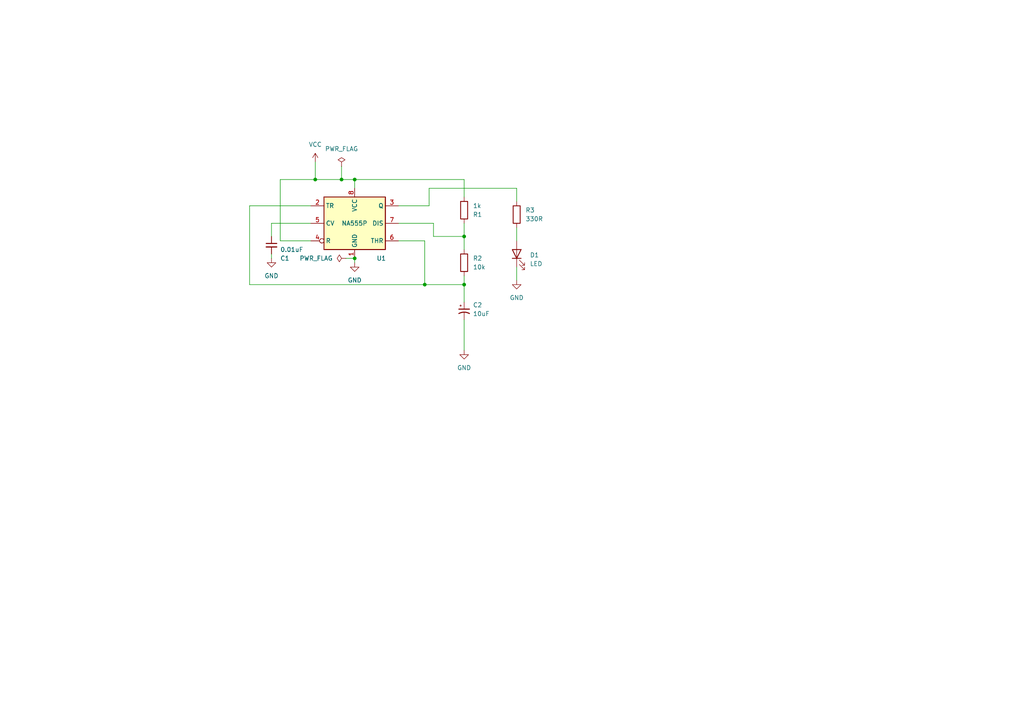
<source format=kicad_sch>
(kicad_sch (version 20230121) (generator eeschema)
  (paper "A4")
  (lib_symbols
    (symbol "Device:C_Polarized_Small_US" (pin_numbers hide) (pin_names (offset 0.254) hide)
      (property "Reference" "C" (at 0.254 1.778 0))
      (property "Value" "C_Polarized_Small_US" (at 0.254 -2.032 0))
      (symbol "C_Polarized_Small_US_0_1"
        (polyline (pts (xy -1.524 0.508) (xy 1.524 0.508)) (stroke (width 0.3048)))
        (polyline (pts (xy -1.27 1.524) (xy -0.762 1.524)))
        (polyline (pts (xy -1.016 1.27) (xy -1.016 1.778)))
        (arc (start 1.524 -0.762) (mid 0 -0.3734) (end -1.524 -0.762) (stroke (width 0.3048)))
      )
      (symbol "C_Polarized_Small_US_1_1"
        (pin passive line (at 0 2.54 270) (length 2.032) (name "~") (number "1"))
        (pin passive line (at 0 -2.54 90) (length 2.032) (name "~") (number "2"))
      )
    )
    (symbol "Device:C_Small" (pin_numbers hide) (pin_names (offset 0.254) hide)
      (property "Reference" "C" (at 0.254 1.778 0))
      (property "Value" "C_Small" (at 0.254 -2.032 0))
      (symbol "C_Small_0_1"
        (polyline (pts (xy -1.524 -0.508) (xy 1.524 -0.508)) (stroke (width 0.3302)))
        (polyline (pts (xy -1.524 0.508) (xy 1.524 0.508)) (stroke (width 0.3048)))
      )
      (symbol "C_Small_1_1"
        (pin passive line (at 0 2.54 270) (length 2.032) (name "~") (number "1"))
        (pin passive line (at 0 -2.54 90) (length 2.032) (name "~") (number "2"))
      )
    )
    (symbol "Device:LED" (pin_numbers hide) (pin_names (offset 1.016) hide)
      (property "Reference" "D" (at 0 2.54 0))
      (property "Value" "LED" (at 0 -2.54 0))
      (symbol "LED_0_1"
        (polyline (pts (xy -1.27 -1.27) (xy -1.27 1.27)) (stroke (width 0.254)))
        (polyline (pts (xy -1.27 0) (xy 1.27 0)))
        (polyline (pts (xy 1.27 -1.27) (xy 1.27 1.27) (xy -1.27 0) (xy 1.27 -1.27)) (stroke (width 0.254)))
        (polyline (pts (xy -3.048 -0.762) (xy -4.572 -2.286) (xy -3.81 -2.286) (xy -4.572 -2.286) (xy -4.572 -1.524)))
        (polyline (pts (xy -1.778 -0.762) (xy -3.302 -2.286) (xy -2.54 -2.286) (xy -3.302 -2.286) (xy -3.302 -1.524)))
      )
      (symbol "LED_1_1"
        (pin passive line (at -3.81 0 0) (length 2.54) (name "K") (number "1"))
        (pin passive line (at 3.81 0 180) (length 2.54) (name "A") (number "2"))
      )
    )
    (symbol "Device:R" (pin_numbers hide) (pin_names (offset 0))
      (property "Reference" "R" (at 2.032 0 90))
      (property "Value" "R" (at 0 0 90))
      (symbol "R_0_1"
        (rectangle (start -1.016 -2.54) (end 1.016 2.54) (stroke (width 0.254)))
      )
      (symbol "R_1_1"
        (pin passive line (at 0 3.81 270) (length 1.27) (name "~") (number "1"))
        (pin passive line (at 0 -3.81 90) (length 1.27) (name "~") (number "2"))
      )
    )
    (symbol "Timer:LMC555xM"
      (property "Reference" "U" (at -10.16 8.89 0))
      (property "Value" "LMC555xM" (at 2.54 8.89 0))
      (symbol "LMC555xM_0_0"
        (pin power_in line (at 0 -10.16 90) (length 2.54) (name "GND") (number "1"))
        (pin power_in line (at 0 10.16 270) (length 2.54) (name "VCC") (number "8"))
      )
      (symbol "LMC555xM_0_1"
        (rectangle (start -8.89 -7.62) (end 8.89 7.62) (stroke (width 0.254)) (fill (type background)))
        (rectangle (start -8.89 -7.62) (end 8.89 7.62) (stroke (width 0.254)) (fill (type background)))
      )
      (symbol "LMC555xM_1_1"
        (pin input line (at -12.7 5.08 0) (length 3.81) (name "TR") (number "2"))
        (pin output line (at 12.7 5.08 180) (length 3.81) (name "Q") (number "3"))
        (pin input inverted (at -12.7 -5.08 0) (length 3.81) (name "R") (number "4"))
        (pin input line (at -12.7 0 0) (length 3.81) (name "CV") (number "5"))
        (pin input line (at 12.7 -5.08 180) (length 3.81) (name "THR") (number "6"))
        (pin input line (at 12.7 0 180) (length 3.81) (name "DIS") (number "7"))
      )
    )
    (symbol "power:GND" (power) (pin_names (offset 0))
      (property "Value" "GND" (at 0 -3.81 0))
      (symbol "GND_0_1"
        (polyline (pts (xy 0 0) (xy 0 -1.27) (xy 1.27 -1.27) (xy 0 -2.54) (xy -1.27 -1.27) (xy 0 -1.27)))
      )
      (symbol "GND_1_1"
        (pin power_in line (at 0 0 270) (length 0) hide (name "GND") (number "1"))
      )
    )
    (symbol "power:PWR_FLAG" (power) (pin_numbers hide) (pin_names (offset 0) hide)
      (property "Value" "PWR_FLAG" (at 0 3.81 0))
      (symbol "PWR_FLAG_0_0"
        (pin power_out line (at 0 0 90) (length 0) (name "pwr") (number "1"))
      )
      (symbol "PWR_FLAG_0_1"
        (polyline (pts (xy 0 0) (xy 0 1.27) (xy -1.016 1.905) (xy 0 2.54) (xy 1.016 1.905) (xy 0 1.27)))
      )
    )
    (symbol "power:VCC" (power) (pin_names (offset 0))
      (property "Value" "VCC" (at 0 3.81 0))
      (symbol "VCC_0_1"
        (polyline (pts (xy -0.762 1.27) (xy 0 2.54)))
        (polyline (pts (xy 0 0) (xy 0 2.54)))
        (polyline (pts (xy 0 2.54) (xy 0.762 1.27)))
      )
      (symbol "VCC_1_1"
        (pin power_in line (at 0 0 90) (length 0) hide (name "VCC") (number "1"))
      )
    )
  )
  (junction (at 134.62 68.58))
  (junction (at 91.44 52.07))
  (junction (at 99.06 52.07))
  (junction (at 123.19 82.55))
  (junction (at 134.62 82.55))
  (junction (at 102.87 52.07))
  (junction (at 102.87 74.93))
  (wire (pts (xy 124.46 59.69) (xy 124.46 54.61)))
  (wire (pts (xy 91.44 46.99) (xy 91.44 52.07)))
  (wire (pts (xy 115.57 69.85) (xy 123.19 69.85)))
  (wire (pts (xy 78.74 64.77) (xy 78.74 68.58)))
  (wire (pts (xy 100.33 74.93) (xy 102.87 74.93)))
  (wire (pts (xy 102.87 52.07) (xy 134.62 52.07)))
  (wire (pts (xy 123.19 82.55) (xy 134.62 82.55)))
  (wire (pts (xy 99.06 48.26) (xy 99.06 52.07)))
  (wire (pts (xy 124.46 54.61) (xy 149.86 54.61)))
  (wire (pts (xy 102.87 52.07) (xy 102.87 54.61)))
  (wire (pts (xy 72.39 59.69) (xy 72.39 82.55)))
  (wire (pts (xy 115.57 59.69) (xy 124.46 59.69)))
  (wire (pts (xy 134.62 82.55) (xy 134.62 87.63)))
  (wire (pts (xy 125.73 68.58) (xy 134.62 68.58)))
  (wire (pts (xy 102.87 74.93) (xy 102.87 76.2)))
  (wire (pts (xy 123.19 69.85) (xy 123.19 82.55)))
  (wire (pts (xy 134.62 52.07) (xy 134.62 57.15)))
  (wire (pts (xy 81.28 69.85) (xy 81.28 52.07)))
  (wire (pts (xy 149.86 77.47) (xy 149.86 81.28)))
  (wire (pts (xy 81.28 52.07) (xy 91.44 52.07)))
  (wire (pts (xy 91.44 52.07) (xy 99.06 52.07)))
  (wire (pts (xy 90.17 69.85) (xy 81.28 69.85)))
  (wire (pts (xy 134.62 64.77) (xy 134.62 68.58)))
  (wire (pts (xy 149.86 54.61) (xy 149.86 58.42)))
  (wire (pts (xy 134.62 80.01) (xy 134.62 82.55)))
  (wire (pts (xy 134.62 92.71) (xy 134.62 101.6)))
  (wire (pts (xy 90.17 59.69) (xy 72.39 59.69)))
  (wire (pts (xy 149.86 66.04) (xy 149.86 69.85)))
  (wire (pts (xy 78.74 73.66) (xy 78.74 74.93)))
  (wire (pts (xy 90.17 64.77) (xy 78.74 64.77)))
  (wire (pts (xy 134.62 68.58) (xy 134.62 72.39)))
  (wire (pts (xy 99.06 52.07) (xy 102.87 52.07)))
  (wire (pts (xy 115.57 64.77) (xy 125.73 64.77)))
  (wire (pts (xy 125.73 64.77) (xy 125.73 68.58)))
  (wire (pts (xy 72.39 82.55) (xy 123.19 82.55)))
  (symbol (lib_id "power:GND") (at 102.87 76.2 0) (unit 1)
    (property "Reference" "#PWR03" (effects hide))
    (property "Value" "GND" (at 102.87 81.28 0))
  )
  (symbol (lib_id "Device:C_Small") (at 78.74 71.12 0) (unit 1)
    (property "Reference" "C1" (at 81.28 74.93 0) (effects (justify left)))
    (property "Value" "0.01uF" (at 81.28 72.3963 0) (effects (justify left)))
    (property "Footprint" "Capacitor_THT:C_Disc_D7.5mm_W2.5mm_P5.00mm" (effects hide))
  )
  (symbol (lib_id "power:PWR_FLAG") (at 99.06 48.26 0) (unit 1)
    (property "Reference" "#FLG01" (effects hide))
    (property "Value" "PWR_FLAG" (at 99.06 43.18 0))
  )
  (symbol (lib_id "Device:R") (at 134.62 76.2 0) (unit 1)
    (property "Reference" "R2" (at 137.16 74.93 0) (effects (justify left)))
    (property "Value" "10k" (at 137.16 77.47 0) (effects (justify left)))
    (property "Footprint" "Resistor_THT:R_Axial_DIN0204_L3.6mm_D1.6mm_P5.08mm_Horizontal" (effects hide))
  )
  (symbol (lib_id "Device:LED") (at 149.86 73.66 90) (unit 1)
    (property "Reference" "D1" (at 153.67 73.9775 90) (effects (justify right)))
    (property "Value" "LED" (at 153.67 76.5175 90) (effects (justify right)))
    (property "Footprint" "LED_THT:LED_D3.0mm" (effects hide))
  )
  (symbol (lib_id "Device:R") (at 134.62 60.96 0) (unit 1)
    (property "Reference" "R1" (at 137.16 62.23 0) (effects (justify left)))
    (property "Value" "1k" (at 137.16 59.69 0) (effects (justify left)))
    (property "Footprint" "Resistor_THT:R_Axial_DIN0204_L3.6mm_D1.6mm_P5.08mm_Horizontal" (effects hide))
  )
  (symbol (lib_id "Device:C_Polarized_Small_US") (at 134.62 90.17 0) (unit 1)
    (property "Reference" "C2" (at 137.16 88.4682 0) (effects (justify left)))
    (property "Value" "10uF" (at 137.16 91.0082 0) (effects (justify left)))
    (property "Footprint" "Capacitor_THT:CP_Radial_D7.5mm_P2.50mm" (effects hide))
  )
  (symbol (lib_id "Device:R") (at 149.86 62.23 0) (unit 1)
    (property "Reference" "R3" (at 152.4 60.96 0) (effects (justify left)))
    (property "Value" "330R" (at 152.4 63.5 0) (effects (justify left)))
    (property "Footprint" "Resistor_THT:R_Axial_DIN0204_L3.6mm_D1.6mm_P5.08mm_Horizontal" (effects hide))
  )
  (symbol (lib_id "power:VCC") (at 91.44 46.99 0) (unit 1)
    (property "Reference" "#PWR02" (effects hide))
    (property "Value" "VCC" (at 91.44 41.91 0))
  )
  (symbol (lib_id "power:GND") (at 78.74 74.93 0) (unit 1)
    (property "Reference" "#PWR01" (effects hide))
    (property "Value" "GND" (at 78.74 80.01 0))
  )
  (symbol (lib_id "Timer:LMC555xM") (at 102.87 64.77 0) (unit 1)
    (property "Reference" "U1" (at 109.22 74.93 0) (effects (justify left)))
    (property "Value" "NA555P" (at 99.06 64.77 0) (effects (justify left)))
    (property "Footprint" "Package_SO:SOIC-8_3.9x4.9mm_P1.27mm" (effects hide))
    (property "Datasheet" "http://www.ti.com/lit/ds/symlink/lmc555.pdf" (effects hide))
  )
  (symbol (lib_id "power:GND") (at 134.62 101.6 0) (unit 1)
    (property "Reference" "#PWR04" (effects hide))
    (property "Value" "GND" (at 134.62 106.68 0))
  )
  (symbol (lib_id "power:GND") (at 149.86 81.28 0) (unit 1)
    (property "Reference" "#PWR05" (effects hide))
    (property "Value" "GND" (at 149.86 86.36 0))
  )
  (symbol (lib_id "power:PWR_FLAG") (at 100.33 74.93 90) (unit 1)
    (property "Reference" "#FLG02" (effects hide))
    (property "Value" "PWR_FLAG" (at 96.52 74.93 90) (effects (justify left)))
  )
)
</source>
